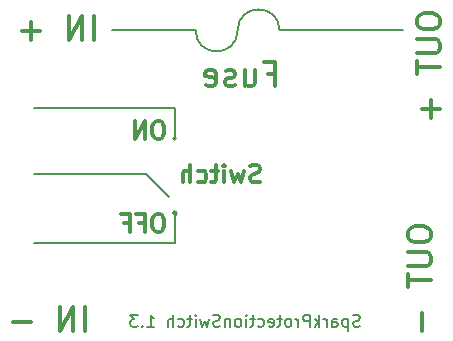
<source format=gbo>
%FSLAX46Y46*%
G04 Gerber Fmt 4.6, Leading zero omitted, Abs format (unit mm)*
G04 Created by KiCad (PCBNEW (2014-08-31 BZR 5107)-product) date tor 20 aug 2015 12:53:14*
%MOMM*%
G01*
G04 APERTURE LIST*
%ADD10C,0.100000*%
%ADD11C,0.300000*%
%ADD12C,0.200000*%
G04 APERTURE END LIST*
D10*
D11*
X126269571Y-90237571D02*
X125983857Y-90237571D01*
X125840999Y-90309000D01*
X125698142Y-90451857D01*
X125626714Y-90737571D01*
X125626714Y-91237571D01*
X125698142Y-91523286D01*
X125840999Y-91666143D01*
X125983857Y-91737571D01*
X126269571Y-91737571D01*
X126412428Y-91666143D01*
X126555285Y-91523286D01*
X126626714Y-91237571D01*
X126626714Y-90737571D01*
X126555285Y-90451857D01*
X126412428Y-90309000D01*
X126269571Y-90237571D01*
X124483856Y-90951857D02*
X124983856Y-90951857D01*
X124983856Y-91737571D02*
X124983856Y-90237571D01*
X124269570Y-90237571D01*
X123198142Y-90951857D02*
X123698142Y-90951857D01*
X123698142Y-91737571D02*
X123698142Y-90237571D01*
X122983856Y-90237571D01*
X126277572Y-82363571D02*
X125991858Y-82363571D01*
X125849000Y-82435000D01*
X125706143Y-82577857D01*
X125634715Y-82863571D01*
X125634715Y-83363571D01*
X125706143Y-83649286D01*
X125849000Y-83792143D01*
X125991858Y-83863571D01*
X126277572Y-83863571D01*
X126420429Y-83792143D01*
X126563286Y-83649286D01*
X126634715Y-83363571D01*
X126634715Y-82863571D01*
X126563286Y-82577857D01*
X126420429Y-82435000D01*
X126277572Y-82363571D01*
X124991857Y-83863571D02*
X124991857Y-82363571D01*
X124134714Y-83863571D01*
X124134714Y-82363571D01*
D12*
X127687605Y-90170000D02*
G75*
G03X127687605Y-90170000I-179605J0D01*
G74*
G01*
X127635000Y-83820000D02*
G75*
G03X127635000Y-83820000I-127000J0D01*
G74*
G01*
X127508000Y-81280000D02*
X127508000Y-83820000D01*
X127508000Y-92710000D02*
X127508000Y-90170000D01*
X125095000Y-86868000D02*
X127000000Y-88773000D01*
X115570000Y-86868000D02*
X125095000Y-86868000D01*
X127508000Y-81280000D02*
X115570000Y-81280000D01*
X143191287Y-99718762D02*
X143048430Y-99766381D01*
X142810334Y-99766381D01*
X142715096Y-99718762D01*
X142667477Y-99671143D01*
X142619858Y-99575905D01*
X142619858Y-99480667D01*
X142667477Y-99385429D01*
X142715096Y-99337810D01*
X142810334Y-99290190D01*
X143000811Y-99242571D01*
X143096049Y-99194952D01*
X143143668Y-99147333D01*
X143191287Y-99052095D01*
X143191287Y-98956857D01*
X143143668Y-98861619D01*
X143096049Y-98814000D01*
X143000811Y-98766381D01*
X142762715Y-98766381D01*
X142619858Y-98814000D01*
X142191287Y-99099714D02*
X142191287Y-100099714D01*
X142191287Y-99147333D02*
X142096049Y-99099714D01*
X141905572Y-99099714D01*
X141810334Y-99147333D01*
X141762715Y-99194952D01*
X141715096Y-99290190D01*
X141715096Y-99575905D01*
X141762715Y-99671143D01*
X141810334Y-99718762D01*
X141905572Y-99766381D01*
X142096049Y-99766381D01*
X142191287Y-99718762D01*
X140857953Y-99766381D02*
X140857953Y-99242571D01*
X140905572Y-99147333D01*
X141000810Y-99099714D01*
X141191287Y-99099714D01*
X141286525Y-99147333D01*
X140857953Y-99718762D02*
X140953191Y-99766381D01*
X141191287Y-99766381D01*
X141286525Y-99718762D01*
X141334144Y-99623524D01*
X141334144Y-99528286D01*
X141286525Y-99433048D01*
X141191287Y-99385429D01*
X140953191Y-99385429D01*
X140857953Y-99337810D01*
X140381763Y-99766381D02*
X140381763Y-99099714D01*
X140381763Y-99290190D02*
X140334144Y-99194952D01*
X140286525Y-99147333D01*
X140191287Y-99099714D01*
X140096048Y-99099714D01*
X139762715Y-99766381D02*
X139762715Y-98766381D01*
X139667477Y-99385429D02*
X139381762Y-99766381D01*
X139381762Y-99099714D02*
X139762715Y-99480667D01*
X138953191Y-99766381D02*
X138953191Y-98766381D01*
X138572238Y-98766381D01*
X138477000Y-98814000D01*
X138429381Y-98861619D01*
X138381762Y-98956857D01*
X138381762Y-99099714D01*
X138429381Y-99194952D01*
X138477000Y-99242571D01*
X138572238Y-99290190D01*
X138953191Y-99290190D01*
X137953191Y-99766381D02*
X137953191Y-99099714D01*
X137953191Y-99290190D02*
X137905572Y-99194952D01*
X137857953Y-99147333D01*
X137762715Y-99099714D01*
X137667476Y-99099714D01*
X137191286Y-99766381D02*
X137286524Y-99718762D01*
X137334143Y-99671143D01*
X137381762Y-99575905D01*
X137381762Y-99290190D01*
X137334143Y-99194952D01*
X137286524Y-99147333D01*
X137191286Y-99099714D01*
X137048428Y-99099714D01*
X136953190Y-99147333D01*
X136905571Y-99194952D01*
X136857952Y-99290190D01*
X136857952Y-99575905D01*
X136905571Y-99671143D01*
X136953190Y-99718762D01*
X137048428Y-99766381D01*
X137191286Y-99766381D01*
X136572238Y-99099714D02*
X136191286Y-99099714D01*
X136429381Y-98766381D02*
X136429381Y-99623524D01*
X136381762Y-99718762D01*
X136286524Y-99766381D01*
X136191286Y-99766381D01*
X135476999Y-99718762D02*
X135572237Y-99766381D01*
X135762714Y-99766381D01*
X135857952Y-99718762D01*
X135905571Y-99623524D01*
X135905571Y-99242571D01*
X135857952Y-99147333D01*
X135762714Y-99099714D01*
X135572237Y-99099714D01*
X135476999Y-99147333D01*
X135429380Y-99242571D01*
X135429380Y-99337810D01*
X135905571Y-99433048D01*
X134572237Y-99718762D02*
X134667475Y-99766381D01*
X134857952Y-99766381D01*
X134953190Y-99718762D01*
X135000809Y-99671143D01*
X135048428Y-99575905D01*
X135048428Y-99290190D01*
X135000809Y-99194952D01*
X134953190Y-99147333D01*
X134857952Y-99099714D01*
X134667475Y-99099714D01*
X134572237Y-99147333D01*
X134286523Y-99099714D02*
X133905571Y-99099714D01*
X134143666Y-98766381D02*
X134143666Y-99623524D01*
X134096047Y-99718762D01*
X134000809Y-99766381D01*
X133905571Y-99766381D01*
X133572237Y-99766381D02*
X133572237Y-99099714D01*
X133572237Y-98766381D02*
X133619856Y-98814000D01*
X133572237Y-98861619D01*
X133524618Y-98814000D01*
X133572237Y-98766381D01*
X133572237Y-98861619D01*
X132953190Y-99766381D02*
X133048428Y-99718762D01*
X133096047Y-99671143D01*
X133143666Y-99575905D01*
X133143666Y-99290190D01*
X133096047Y-99194952D01*
X133048428Y-99147333D01*
X132953190Y-99099714D01*
X132810332Y-99099714D01*
X132715094Y-99147333D01*
X132667475Y-99194952D01*
X132619856Y-99290190D01*
X132619856Y-99575905D01*
X132667475Y-99671143D01*
X132715094Y-99718762D01*
X132810332Y-99766381D01*
X132953190Y-99766381D01*
X132191285Y-99099714D02*
X132191285Y-99766381D01*
X132191285Y-99194952D02*
X132143666Y-99147333D01*
X132048428Y-99099714D01*
X131905570Y-99099714D01*
X131810332Y-99147333D01*
X131762713Y-99242571D01*
X131762713Y-99766381D01*
X131334142Y-99718762D02*
X131191285Y-99766381D01*
X130953189Y-99766381D01*
X130857951Y-99718762D01*
X130810332Y-99671143D01*
X130762713Y-99575905D01*
X130762713Y-99480667D01*
X130810332Y-99385429D01*
X130857951Y-99337810D01*
X130953189Y-99290190D01*
X131143666Y-99242571D01*
X131238904Y-99194952D01*
X131286523Y-99147333D01*
X131334142Y-99052095D01*
X131334142Y-98956857D01*
X131286523Y-98861619D01*
X131238904Y-98814000D01*
X131143666Y-98766381D01*
X130905570Y-98766381D01*
X130762713Y-98814000D01*
X130429380Y-99099714D02*
X130238904Y-99766381D01*
X130048427Y-99290190D01*
X129857951Y-99766381D01*
X129667475Y-99099714D01*
X129286523Y-99766381D02*
X129286523Y-99099714D01*
X129286523Y-98766381D02*
X129334142Y-98814000D01*
X129286523Y-98861619D01*
X129238904Y-98814000D01*
X129286523Y-98766381D01*
X129286523Y-98861619D01*
X128953190Y-99099714D02*
X128572238Y-99099714D01*
X128810333Y-98766381D02*
X128810333Y-99623524D01*
X128762714Y-99718762D01*
X128667476Y-99766381D01*
X128572238Y-99766381D01*
X127810332Y-99718762D02*
X127905570Y-99766381D01*
X128096047Y-99766381D01*
X128191285Y-99718762D01*
X128238904Y-99671143D01*
X128286523Y-99575905D01*
X128286523Y-99290190D01*
X128238904Y-99194952D01*
X128191285Y-99147333D01*
X128096047Y-99099714D01*
X127905570Y-99099714D01*
X127810332Y-99147333D01*
X127381761Y-99766381D02*
X127381761Y-98766381D01*
X126953189Y-99766381D02*
X126953189Y-99242571D01*
X127000808Y-99147333D01*
X127096046Y-99099714D01*
X127238904Y-99099714D01*
X127334142Y-99147333D01*
X127381761Y-99194952D01*
X125191284Y-99766381D02*
X125762713Y-99766381D01*
X125476999Y-99766381D02*
X125476999Y-98766381D01*
X125572237Y-98909238D01*
X125667475Y-99004476D01*
X125762713Y-99052095D01*
X124762713Y-99671143D02*
X124715094Y-99718762D01*
X124762713Y-99766381D01*
X124810332Y-99718762D01*
X124762713Y-99671143D01*
X124762713Y-99766381D01*
X124381761Y-98766381D02*
X123762713Y-98766381D01*
X124096047Y-99147333D01*
X123953189Y-99147333D01*
X123857951Y-99194952D01*
X123810332Y-99242571D01*
X123762713Y-99337810D01*
X123762713Y-99575905D01*
X123810332Y-99671143D01*
X123857951Y-99718762D01*
X123953189Y-99766381D01*
X124238904Y-99766381D01*
X124334142Y-99718762D01*
X124381761Y-99671143D01*
D11*
X135381715Y-78343143D02*
X136048382Y-78343143D01*
X136048382Y-79390762D02*
X136048382Y-77390762D01*
X135096001Y-77390762D01*
X133476953Y-78057429D02*
X133476953Y-79390762D01*
X134334096Y-78057429D02*
X134334096Y-79105048D01*
X134238857Y-79295524D01*
X134048381Y-79390762D01*
X133762667Y-79390762D01*
X133572191Y-79295524D01*
X133476953Y-79200286D01*
X132619810Y-79295524D02*
X132429333Y-79390762D01*
X132048381Y-79390762D01*
X131857905Y-79295524D01*
X131762667Y-79105048D01*
X131762667Y-79009810D01*
X131857905Y-78819333D01*
X132048381Y-78724095D01*
X132334095Y-78724095D01*
X132524572Y-78628857D01*
X132619810Y-78438381D01*
X132619810Y-78343143D01*
X132524572Y-78152667D01*
X132334095Y-78057429D01*
X132048381Y-78057429D01*
X131857905Y-78152667D01*
X130143619Y-79295524D02*
X130334095Y-79390762D01*
X130715047Y-79390762D01*
X130905524Y-79295524D01*
X131000762Y-79105048D01*
X131000762Y-78343143D01*
X130905524Y-78152667D01*
X130715047Y-78057429D01*
X130334095Y-78057429D01*
X130143619Y-78152667D01*
X130048381Y-78343143D01*
X130048381Y-78533619D01*
X131000762Y-78724095D01*
D12*
X129286000Y-74676000D02*
X122174000Y-74676000D01*
X136398000Y-74676000D02*
X146812000Y-74676000D01*
X129286000Y-74676000D02*
G75*
G03X132842000Y-74676000I1778000J0D01*
G74*
G01*
X136398000Y-74676000D02*
G75*
G03X132842000Y-74676000I-1778000J0D01*
G74*
G01*
X115570000Y-92710000D02*
X127508000Y-92710000D01*
D11*
X134766429Y-87475143D02*
X134552143Y-87546571D01*
X134195000Y-87546571D01*
X134052143Y-87475143D01*
X133980714Y-87403714D01*
X133909286Y-87260857D01*
X133909286Y-87118000D01*
X133980714Y-86975143D01*
X134052143Y-86903714D01*
X134195000Y-86832286D01*
X134480714Y-86760857D01*
X134623572Y-86689429D01*
X134695000Y-86618000D01*
X134766429Y-86475143D01*
X134766429Y-86332286D01*
X134695000Y-86189429D01*
X134623572Y-86118000D01*
X134480714Y-86046571D01*
X134123572Y-86046571D01*
X133909286Y-86118000D01*
X133409286Y-86546571D02*
X133123572Y-87546571D01*
X132837858Y-86832286D01*
X132552143Y-87546571D01*
X132266429Y-86546571D01*
X131695000Y-87546571D02*
X131695000Y-86546571D01*
X131695000Y-86046571D02*
X131766429Y-86118000D01*
X131695000Y-86189429D01*
X131623572Y-86118000D01*
X131695000Y-86046571D01*
X131695000Y-86189429D01*
X131195000Y-86546571D02*
X130623571Y-86546571D01*
X130980714Y-86046571D02*
X130980714Y-87332286D01*
X130909286Y-87475143D01*
X130766428Y-87546571D01*
X130623571Y-87546571D01*
X129480714Y-87475143D02*
X129623571Y-87546571D01*
X129909285Y-87546571D01*
X130052143Y-87475143D01*
X130123571Y-87403714D01*
X130195000Y-87260857D01*
X130195000Y-86832286D01*
X130123571Y-86689429D01*
X130052143Y-86618000D01*
X129909285Y-86546571D01*
X129623571Y-86546571D01*
X129480714Y-86618000D01*
X128837857Y-87546571D02*
X128837857Y-86046571D01*
X128195000Y-87546571D02*
X128195000Y-86760857D01*
X128266429Y-86618000D01*
X128409286Y-86546571D01*
X128623571Y-86546571D01*
X128766429Y-86618000D01*
X128837857Y-86689429D01*
X147240762Y-91758000D02*
X147240762Y-92138952D01*
X147336000Y-92329428D01*
X147526476Y-92519905D01*
X147907429Y-92615143D01*
X148574095Y-92615143D01*
X148955048Y-92519905D01*
X149145524Y-92329428D01*
X149240762Y-92138952D01*
X149240762Y-91758000D01*
X149145524Y-91567524D01*
X148955048Y-91377047D01*
X148574095Y-91281809D01*
X147907429Y-91281809D01*
X147526476Y-91377047D01*
X147336000Y-91567524D01*
X147240762Y-91758000D01*
X147240762Y-93472285D02*
X148859810Y-93472285D01*
X149050286Y-93567524D01*
X149145524Y-93662762D01*
X149240762Y-93853238D01*
X149240762Y-94234190D01*
X149145524Y-94424666D01*
X149050286Y-94519905D01*
X148859810Y-94615143D01*
X147240762Y-94615143D01*
X147240762Y-95281809D02*
X147240762Y-96424666D01*
X149240762Y-95853238D02*
X147240762Y-95853238D01*
X148478857Y-98615143D02*
X148478857Y-100138953D01*
X148002762Y-73724000D02*
X148002762Y-74104952D01*
X148098000Y-74295428D01*
X148288476Y-74485905D01*
X148669429Y-74581143D01*
X149336095Y-74581143D01*
X149717048Y-74485905D01*
X149907524Y-74295428D01*
X150002762Y-74104952D01*
X150002762Y-73724000D01*
X149907524Y-73533524D01*
X149717048Y-73343047D01*
X149336095Y-73247809D01*
X148669429Y-73247809D01*
X148288476Y-73343047D01*
X148098000Y-73533524D01*
X148002762Y-73724000D01*
X148002762Y-75438285D02*
X149621810Y-75438285D01*
X149812286Y-75533524D01*
X149907524Y-75628762D01*
X150002762Y-75819238D01*
X150002762Y-76200190D01*
X149907524Y-76390666D01*
X149812286Y-76485905D01*
X149621810Y-76581143D01*
X148002762Y-76581143D01*
X148002762Y-77247809D02*
X148002762Y-78390666D01*
X150002762Y-77819238D02*
X148002762Y-77819238D01*
X149240857Y-80581143D02*
X149240857Y-82104953D01*
X150002762Y-81343048D02*
X148478952Y-81343048D01*
X119887619Y-100091762D02*
X119887619Y-98091762D01*
X118935238Y-100091762D02*
X118935238Y-98091762D01*
X117792380Y-100091762D01*
X117792380Y-98091762D01*
X115316190Y-99329857D02*
X113792380Y-99329857D01*
X120649619Y-75453762D02*
X120649619Y-73453762D01*
X119697238Y-75453762D02*
X119697238Y-73453762D01*
X118554380Y-75453762D01*
X118554380Y-73453762D01*
X116078190Y-74691857D02*
X114554380Y-74691857D01*
X115316285Y-75453762D02*
X115316285Y-73929952D01*
%LPC*%
M02*

</source>
